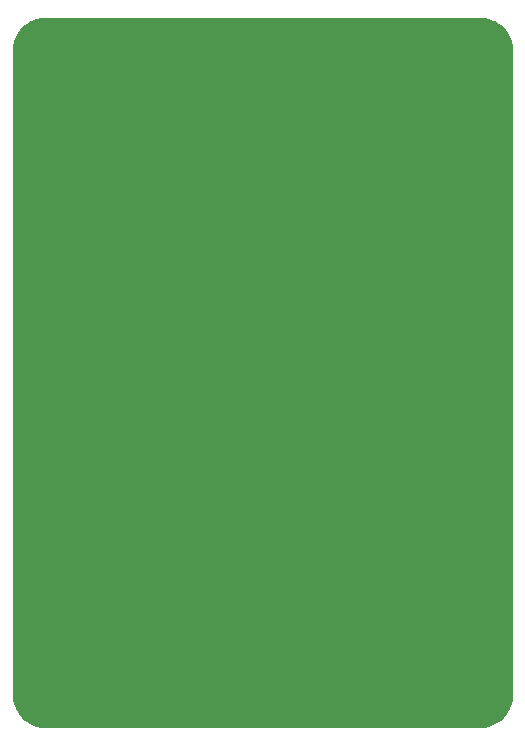
<source format=gbo>
G75*
G70*
%OFA0B0*%
%FSLAX24Y24*%
%IPPOS*%
%LPD*%
%AMOC8*
5,1,8,0,0,1.08239X$1,22.5*
%
%ADD10C,0.0160*%
D10*
X000424Y000525D02*
X000525Y000424D01*
X000639Y000339D01*
X000765Y000270D01*
X000898Y000221D01*
X001038Y000190D01*
X001180Y000180D01*
X015680Y000180D01*
X015822Y000190D01*
X015962Y000221D01*
X016095Y000270D01*
X016221Y000339D01*
X016335Y000424D01*
X016436Y000525D01*
X016521Y000639D01*
X016590Y000765D01*
X016639Y000898D01*
X016670Y001038D01*
X016680Y001180D01*
X016680Y022680D01*
X016670Y022822D01*
X016639Y022962D01*
X016590Y023095D01*
X016521Y023221D01*
X016436Y023335D01*
X016335Y023436D01*
X016221Y023521D01*
X016095Y023590D01*
X015962Y023639D01*
X015822Y023670D01*
X015680Y023680D01*
X001180Y023680D01*
X001038Y023670D01*
X000898Y023639D01*
X000765Y023590D01*
X000639Y023521D01*
X000525Y023436D01*
X000424Y023335D01*
X000339Y023221D01*
X000270Y023095D01*
X000221Y022962D01*
X000190Y022822D01*
X000180Y022680D01*
X000180Y001180D01*
X000190Y001038D01*
X000221Y000898D01*
X000270Y000765D01*
X000339Y000639D01*
X000424Y000525D01*
X000382Y000582D02*
X016478Y000582D01*
X016576Y000741D02*
X000284Y000741D01*
X000220Y000899D02*
X016640Y000899D01*
X016671Y001058D02*
X000189Y001058D01*
X000180Y001216D02*
X016680Y001216D01*
X016680Y001375D02*
X000180Y001375D01*
X000180Y001533D02*
X016680Y001533D01*
X016680Y001692D02*
X000180Y001692D01*
X000180Y001850D02*
X016680Y001850D01*
X016680Y002009D02*
X000180Y002009D01*
X000180Y002167D02*
X016680Y002167D01*
X016680Y002326D02*
X000180Y002326D01*
X000180Y002484D02*
X016680Y002484D01*
X016680Y002643D02*
X000180Y002643D01*
X000180Y002801D02*
X016680Y002801D01*
X016680Y002960D02*
X000180Y002960D01*
X000180Y003118D02*
X016680Y003118D01*
X016680Y003277D02*
X000180Y003277D01*
X000180Y003435D02*
X016680Y003435D01*
X016680Y003594D02*
X000180Y003594D01*
X000180Y003752D02*
X016680Y003752D01*
X016680Y003911D02*
X000180Y003911D01*
X000180Y004069D02*
X016680Y004069D01*
X016680Y004228D02*
X000180Y004228D01*
X000180Y004386D02*
X016680Y004386D01*
X016680Y004545D02*
X000180Y004545D01*
X000180Y004703D02*
X016680Y004703D01*
X016680Y004862D02*
X000180Y004862D01*
X000180Y005020D02*
X016680Y005020D01*
X016680Y005179D02*
X000180Y005179D01*
X000180Y005337D02*
X016680Y005337D01*
X016680Y005496D02*
X000180Y005496D01*
X000180Y005654D02*
X016680Y005654D01*
X016680Y005813D02*
X000180Y005813D01*
X000180Y005971D02*
X016680Y005971D01*
X016680Y006130D02*
X000180Y006130D01*
X000180Y006288D02*
X016680Y006288D01*
X016680Y006447D02*
X000180Y006447D01*
X000180Y006605D02*
X016680Y006605D01*
X016680Y006764D02*
X000180Y006764D01*
X000180Y006922D02*
X016680Y006922D01*
X016680Y007081D02*
X000180Y007081D01*
X000180Y007239D02*
X016680Y007239D01*
X016680Y007398D02*
X000180Y007398D01*
X000180Y007556D02*
X016680Y007556D01*
X016680Y007715D02*
X000180Y007715D01*
X000180Y007873D02*
X016680Y007873D01*
X016680Y008032D02*
X000180Y008032D01*
X000180Y008190D02*
X016680Y008190D01*
X016680Y008349D02*
X000180Y008349D01*
X000180Y008507D02*
X016680Y008507D01*
X016680Y008666D02*
X000180Y008666D01*
X000180Y008824D02*
X016680Y008824D01*
X016680Y008983D02*
X000180Y008983D01*
X000180Y009141D02*
X016680Y009141D01*
X016680Y009300D02*
X000180Y009300D01*
X000180Y009458D02*
X016680Y009458D01*
X016680Y009617D02*
X000180Y009617D01*
X000180Y009775D02*
X016680Y009775D01*
X016680Y009934D02*
X000180Y009934D01*
X000180Y010092D02*
X016680Y010092D01*
X016680Y010251D02*
X000180Y010251D01*
X000180Y010409D02*
X016680Y010409D01*
X016680Y010568D02*
X000180Y010568D01*
X000180Y010726D02*
X016680Y010726D01*
X016680Y010885D02*
X000180Y010885D01*
X000180Y011043D02*
X016680Y011043D01*
X016680Y011202D02*
X000180Y011202D01*
X000180Y011360D02*
X016680Y011360D01*
X016680Y011519D02*
X000180Y011519D01*
X000180Y011677D02*
X016680Y011677D01*
X016680Y011836D02*
X000180Y011836D01*
X000180Y011994D02*
X016680Y011994D01*
X016680Y012153D02*
X000180Y012153D01*
X000180Y012311D02*
X016680Y012311D01*
X016680Y012470D02*
X000180Y012470D01*
X000180Y012628D02*
X016680Y012628D01*
X016680Y012787D02*
X000180Y012787D01*
X000180Y012945D02*
X016680Y012945D01*
X016680Y013104D02*
X000180Y013104D01*
X000180Y013262D02*
X016680Y013262D01*
X016680Y013421D02*
X000180Y013421D01*
X000180Y013579D02*
X016680Y013579D01*
X016680Y013738D02*
X000180Y013738D01*
X000180Y013896D02*
X016680Y013896D01*
X016680Y014055D02*
X000180Y014055D01*
X000180Y014213D02*
X016680Y014213D01*
X016680Y014372D02*
X000180Y014372D01*
X000180Y014530D02*
X016680Y014530D01*
X016680Y014689D02*
X000180Y014689D01*
X000180Y014847D02*
X016680Y014847D01*
X016680Y015006D02*
X000180Y015006D01*
X000180Y015164D02*
X016680Y015164D01*
X016680Y015323D02*
X000180Y015323D01*
X000180Y015481D02*
X016680Y015481D01*
X016680Y015640D02*
X000180Y015640D01*
X000180Y015798D02*
X016680Y015798D01*
X016680Y015957D02*
X000180Y015957D01*
X000180Y016115D02*
X016680Y016115D01*
X016680Y016274D02*
X000180Y016274D01*
X000180Y016432D02*
X016680Y016432D01*
X016680Y016591D02*
X000180Y016591D01*
X000180Y016749D02*
X016680Y016749D01*
X016680Y016908D02*
X000180Y016908D01*
X000180Y017066D02*
X016680Y017066D01*
X016680Y017225D02*
X000180Y017225D01*
X000180Y017383D02*
X016680Y017383D01*
X016680Y017542D02*
X000180Y017542D01*
X000180Y017700D02*
X016680Y017700D01*
X016680Y017859D02*
X000180Y017859D01*
X000180Y018017D02*
X016680Y018017D01*
X016680Y018176D02*
X000180Y018176D01*
X000180Y018334D02*
X016680Y018334D01*
X016680Y018493D02*
X000180Y018493D01*
X000180Y018651D02*
X016680Y018651D01*
X016680Y018810D02*
X000180Y018810D01*
X000180Y018968D02*
X016680Y018968D01*
X016680Y019127D02*
X000180Y019127D01*
X000180Y019285D02*
X016680Y019285D01*
X016680Y019444D02*
X000180Y019444D01*
X000180Y019602D02*
X016680Y019602D01*
X016680Y019761D02*
X000180Y019761D01*
X000180Y019919D02*
X016680Y019919D01*
X016680Y020078D02*
X000180Y020078D01*
X000180Y020236D02*
X016680Y020236D01*
X016680Y020395D02*
X000180Y020395D01*
X000180Y020553D02*
X016680Y020553D01*
X016680Y020712D02*
X000180Y020712D01*
X000180Y020870D02*
X016680Y020870D01*
X016680Y021029D02*
X000180Y021029D01*
X000180Y021187D02*
X016680Y021187D01*
X016680Y021346D02*
X000180Y021346D01*
X000180Y021504D02*
X016680Y021504D01*
X016680Y021663D02*
X000180Y021663D01*
X000180Y021821D02*
X016680Y021821D01*
X016680Y021980D02*
X000180Y021980D01*
X000180Y022138D02*
X016680Y022138D01*
X016680Y022297D02*
X000180Y022297D01*
X000180Y022455D02*
X016680Y022455D01*
X016680Y022614D02*
X000180Y022614D01*
X000187Y022772D02*
X016673Y022772D01*
X016646Y022931D02*
X000214Y022931D01*
X000268Y023089D02*
X016592Y023089D01*
X016501Y023248D02*
X000359Y023248D01*
X000495Y023406D02*
X016365Y023406D01*
X016141Y023565D02*
X000719Y023565D01*
X000526Y000424D02*
X016334Y000424D01*
X016081Y000265D02*
X000779Y000265D01*
M02*

</source>
